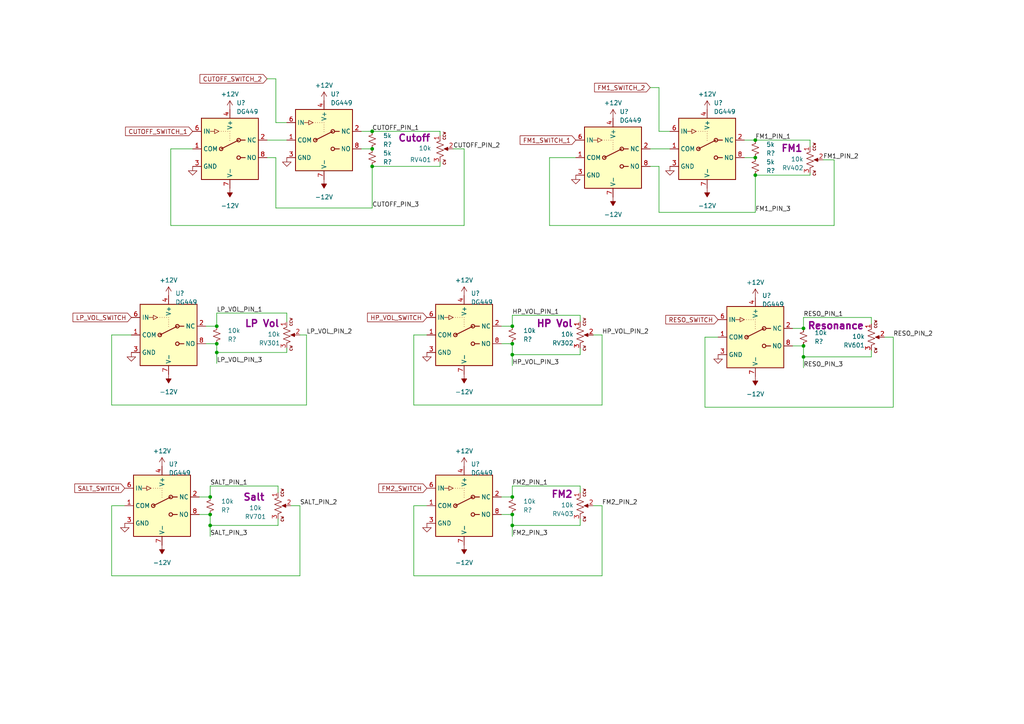
<source format=kicad_sch>
(kicad_sch (version 20230121) (generator eeschema)
  (paper "A4")
  (lib_symbols
    (symbol "Device:R_Small_US" (pin_numbers hide) (pin_names (offset 0.254) hide)
      (property "Reference" "R" (at 0.762 0.508 0))
      (property "Value" "R_Small_US" (at 0.762 -1.016 0))
      (symbol "R_Small_US_1_1"
        (polyline (pts (xy 0 0) (xy 1.016 -0.381) (xy 0 -0.762) (xy -1.016 -1.143) (xy 0 -1.524)))
        (polyline (pts (xy 0 1.524) (xy 1.016 1.143) (xy 0 0.762) (xy -1.016 0.381) (xy 0 0)))
        (pin passive line (at 0 2.54 270) (length 1.016) (name "~") (number "1"))
        (pin passive line (at 0 -2.54 90) (length 1.016) (name "~") (number "2"))
      )
    )
    (symbol "power:+12V" (power) (pin_names (offset 0))
      (property "Value" "+12V" (at 0 3.556 0))
      (symbol "+12V_0_1"
        (polyline (pts (xy -0.762 1.27) (xy 0 2.54)))
        (polyline (pts (xy 0 0) (xy 0 2.54)))
        (polyline (pts (xy 0 2.54) (xy 0.762 1.27)))
      )
      (symbol "+12V_1_1"
        (pin power_in line (at 0 0 90) (length 0) hide (name "+12V") (number "1"))
      )
    )
    (symbol "power:-12V" (power) (pin_names (offset 0))
      (property "Value" "-12V" (at 0 3.81 0))
      (symbol "-12V_0_0"
        (pin power_in line (at 0 0 90) (length 0) hide (name "-12V") (number "1"))
      )
      (symbol "-12V_0_1"
        (polyline (pts (xy 0 0) (xy 0 1.27) (xy 0.762 1.27) (xy 0 2.54) (xy -0.762 1.27) (xy 0 1.27)) (fill (type outline)))
      )
    )
    (symbol "power:GND" (power) (pin_names (offset 0))
      (property "Value" "GND" (at 0 -3.81 0))
      (symbol "GND_0_1"
        (polyline (pts (xy 0 0) (xy 0 -1.27) (xy 1.27 -1.27) (xy 0 -2.54) (xy -1.27 -1.27) (xy 0 -1.27)))
      )
      (symbol "GND_1_1"
        (pin power_in line (at 0 0 270) (length 0) hide (name "GND") (number "1"))
      )
    )
    (symbol "winterbloom:DG449"
      (property "Reference" "U" (at 1.905 12.065 0))
      (property "Value" "DG449" (at 1.905 10.16 0))
      (symbol "DG449_0_0"
        (pin passive line (at -10.795 0 0) (length 2.54) (name "COM") (number "1"))
        (pin passive line (at 10.795 2.54 180) (length 2.54) (name "NC") (number "2"))
        (pin power_in line (at -10.795 -5.08 0) (length 2.54) (name "GND") (number "3"))
        (pin power_in line (at 0 11.43 270) (length 2.54) (name "V+") (number "4"))
        (pin input line (at -10.795 5.08 0) (length 2.54) (name "IN") (number "6"))
        (pin power_in line (at 0 -11.43 90) (length 2.54) (name "V-") (number "7"))
        (pin input line (at 10.795 -2.54 180) (length 2.54) (name "NO") (number "8"))
      )
      (symbol "DG449_0_1"
        (circle (center -2.54 0) (radius 0.508) (stroke (width 0.254)))
        (polyline (pts (xy -2.54 0) (xy 2.54 2.54)) (stroke (width 0.254)))
        (polyline (pts (xy 3.048 -2.54) (xy 4.445 -2.54)) (stroke (width 0.254)))
        (polyline (pts (xy 3.048 2.54) (xy 4.445 2.54)) (stroke (width 0.254)))
        (circle (center 2.54 -2.54) (radius 0.508) (stroke (width 0.254)))
        (circle (center 2.54 2.54) (radius 0.508) (stroke (width 0.254)))
      )
      (symbol "DG449_1_0"
        (pin no_connect line (at 0.635 0 0) (length 2.54) hide (name "") (number "5"))
      )
      (symbol "DG449_1_1"
        (rectangle (start -8.255 8.89) (end 8.255 -8.89) (stroke (width 0.254)) (fill (type background)))
        (polyline (pts (xy -4.445 5.08) (xy -5.715 5.08)))
        (polyline (pts (xy -3.175 5.08) (xy 0 5.08) (xy 0 1.905)) (stroke (width 0) (type dot)))
        (polyline (pts (xy -4.445 4.445) (xy -4.445 5.715) (xy -3.175 5.08) (xy -4.445 4.445)))
      )
    )
    (symbol "winterbloom:Eurorack_Pot" (pin_names (offset 1.016) hide)
      (property "Reference" "RV" (at 0 4.445 0))
      (property "Value" "Eurorack_Pot" (at 0 2.54 0))
      (symbol "Eurorack_Pot_0_0"
        (text "CCW" (at -3.81 -1.27 0) (effects (font (size 0.762 0.762))))
        (text "CW" (at 3.81 -1.27 0) (effects (font (size 0.762 0.762))))
      )
      (symbol "Eurorack_Pot_0_1"
        (polyline (pts (xy -2.286 0) (xy -2.54 0)))
        (polyline (pts (xy 0 -2.54) (xy 0 -1.524)))
        (polyline (pts (xy 2.54 0) (xy 2.286 0)))
        (polyline (pts (xy 0 -1.143) (xy 0.508 -2.286) (xy -0.508 -2.286) (xy 0 -1.143)) (fill (type outline)))
        (polyline (pts (xy -0.762 0) (xy -1.143 -1.016) (xy -1.524 0) (xy -1.905 1.016) (xy -2.286 0)))
        (polyline (pts (xy 0.762 0) (xy 0.381 -1.016) (xy 0 0) (xy -0.381 1.016) (xy -0.762 0)))
        (polyline (pts (xy 2.286 0) (xy 1.905 -1.016) (xy 1.524 0) (xy 1.143 1.016) (xy 0.762 0)))
      )
      (symbol "Eurorack_Pot_1_1"
        (pin passive line (at -3.81 0 0) (length 1.27) (name "1") (number "1"))
        (pin passive line (at 0 -3.81 90) (length 1.27) (name "2") (number "2"))
        (pin passive line (at 3.81 0 180) (length 1.27) (name "3") (number "3"))
      )
    )
  )
  (junction (at 148.59 94.615))
  (junction (at 60.96 152.4))
  (junction (at 107.95 38.1))
  (junction (at 219.075 40.64))
  (junction (at 107.95 43.18))
  (junction (at 219.075 45.72))
  (junction (at 148.59 152.4))
  (junction (at 60.96 144.145))
  (junction (at 148.59 99.695))
  (junction (at 107.95 48.26))
  (junction (at 148.59 149.225))
  (junction (at 62.865 94.615))
  (junction (at 60.96 149.225))
  (junction (at 219.075 50.8))
  (junction (at 148.59 144.145))
  (junction (at 233.045 95.25))
  (junction (at 62.865 99.695))
  (junction (at 62.865 102.235))
  (junction (at 233.045 100.33))
  (junction (at 233.045 103.505))
  (junction (at 148.59 102.87))
  (wire (pts (xy 148.59 152.4) (xy 148.59 155.575)))
  (wire (pts (xy 62.865 102.235) (xy 62.865 105.41)))
  (wire (pts (xy 256.54 97.79) (xy 259.08 97.79)))
  (wire (pts (xy 168.275 140.97) (xy 148.59 140.97)))
  (wire (pts (xy 188.595 25.4) (xy 191.135 25.4)))
  (wire (pts (xy 86.995 167.005) (xy 32.385 167.005)))
  (wire (pts (xy 167.005 45.72) (xy 159.385 45.72)))
  (wire (pts (xy 204.47 97.79) (xy 208.28 97.79)))
  (wire (pts (xy 120.015 97.155) (xy 123.825 97.155)))
  (wire (pts (xy 241.935 65.405) (xy 241.935 46.355)))
  (wire (pts (xy 148.59 149.225) (xy 148.59 152.4)))
  (wire (pts (xy 59.69 94.615) (xy 62.865 94.615)))
  (wire (pts (xy 159.385 45.72) (xy 159.385 65.405)))
  (wire (pts (xy 57.785 144.145) (xy 60.96 144.145)))
  (wire (pts (xy 104.775 38.1) (xy 107.95 38.1)))
  (wire (pts (xy 219.075 61.595) (xy 191.135 61.595)))
  (wire (pts (xy 204.47 118.11) (xy 204.47 97.79)))
  (wire (pts (xy 252.73 92.075) (xy 233.045 92.075)))
  (wire (pts (xy 80.01 60.325) (xy 80.01 45.72)))
  (wire (pts (xy 233.045 103.505) (xy 252.73 103.505)))
  (wire (pts (xy 168.275 152.4) (xy 168.275 150.495)))
  (wire (pts (xy 107.95 38.1) (xy 127.635 38.1)))
  (wire (pts (xy 219.075 40.64) (xy 234.95 40.64)))
  (wire (pts (xy 120.015 167.005) (xy 120.015 146.685)))
  (wire (pts (xy 107.95 48.26) (xy 107.95 60.325)))
  (wire (pts (xy 49.53 65.405) (xy 134.62 65.405)))
  (wire (pts (xy 32.385 167.005) (xy 32.385 146.685)))
  (wire (pts (xy 215.9 40.64) (xy 219.075 40.64)))
  (wire (pts (xy 233.045 103.505) (xy 233.045 106.68)))
  (wire (pts (xy 134.62 43.18) (xy 131.445 43.18)))
  (wire (pts (xy 174.625 117.475) (xy 120.015 117.475)))
  (wire (pts (xy 83.185 102.235) (xy 83.185 100.965)))
  (wire (pts (xy 145.415 144.145) (xy 148.59 144.145)))
  (wire (pts (xy 83.185 90.805) (xy 62.865 90.805)))
  (wire (pts (xy 80.01 45.72) (xy 77.47 45.72)))
  (wire (pts (xy 88.9 117.475) (xy 32.385 117.475)))
  (wire (pts (xy 107.95 48.26) (xy 127.635 48.26)))
  (wire (pts (xy 233.045 92.075) (xy 233.045 95.25)))
  (wire (pts (xy 107.95 60.325) (xy 80.01 60.325)))
  (wire (pts (xy 168.275 93.345) (xy 168.275 91.44)))
  (wire (pts (xy 172.085 97.155) (xy 174.625 97.155)))
  (wire (pts (xy 80.645 142.875) (xy 80.645 140.97)))
  (wire (pts (xy 233.045 100.33) (xy 233.045 103.505)))
  (wire (pts (xy 229.87 95.25) (xy 233.045 95.25)))
  (wire (pts (xy 174.625 97.155) (xy 174.625 117.475)))
  (wire (pts (xy 80.645 152.4) (xy 80.645 150.495)))
  (wire (pts (xy 59.69 99.695) (xy 62.865 99.695)))
  (wire (pts (xy 77.47 40.64) (xy 83.185 40.64)))
  (wire (pts (xy 174.625 146.685) (xy 174.625 167.005)))
  (wire (pts (xy 88.9 97.155) (xy 88.9 117.475)))
  (wire (pts (xy 60.96 140.97) (xy 60.96 144.145)))
  (wire (pts (xy 234.95 40.64) (xy 234.95 42.545)))
  (wire (pts (xy 172.085 146.685) (xy 174.625 146.685)))
  (wire (pts (xy 148.59 140.97) (xy 148.59 144.145)))
  (wire (pts (xy 191.135 48.26) (xy 188.595 48.26)))
  (wire (pts (xy 86.995 146.685) (xy 86.995 167.005)))
  (wire (pts (xy 229.87 100.33) (xy 233.045 100.33)))
  (wire (pts (xy 252.73 93.98) (xy 252.73 92.075)))
  (wire (pts (xy 57.785 149.225) (xy 60.96 149.225)))
  (wire (pts (xy 259.08 118.11) (xy 204.47 118.11)))
  (wire (pts (xy 145.415 94.615) (xy 148.59 94.615)))
  (wire (pts (xy 174.625 167.005) (xy 120.015 167.005)))
  (wire (pts (xy 83.185 93.345) (xy 83.185 90.805)))
  (wire (pts (xy 60.96 152.4) (xy 80.645 152.4)))
  (wire (pts (xy 62.865 102.235) (xy 83.185 102.235)))
  (wire (pts (xy 120.015 146.685) (xy 123.825 146.685)))
  (wire (pts (xy 120.015 117.475) (xy 120.015 97.155)))
  (wire (pts (xy 148.59 152.4) (xy 168.275 152.4)))
  (wire (pts (xy 259.08 97.79) (xy 259.08 118.11)))
  (wire (pts (xy 32.385 97.155) (xy 38.1 97.155)))
  (wire (pts (xy 148.59 102.87) (xy 168.275 102.87)))
  (wire (pts (xy 60.96 152.4) (xy 60.96 155.575)))
  (wire (pts (xy 219.075 50.8) (xy 234.95 50.8)))
  (wire (pts (xy 104.775 43.18) (xy 107.95 43.18)))
  (wire (pts (xy 145.415 149.225) (xy 148.59 149.225)))
  (wire (pts (xy 32.385 117.475) (xy 32.385 97.155)))
  (wire (pts (xy 215.9 45.72) (xy 219.075 45.72)))
  (wire (pts (xy 80.01 22.86) (xy 80.01 35.56)))
  (wire (pts (xy 168.275 91.44) (xy 148.59 91.44)))
  (wire (pts (xy 188.595 43.18) (xy 194.31 43.18)))
  (wire (pts (xy 148.59 91.44) (xy 148.59 94.615)))
  (wire (pts (xy 86.995 97.155) (xy 88.9 97.155)))
  (wire (pts (xy 60.96 149.225) (xy 60.96 152.4)))
  (wire (pts (xy 80.01 35.56) (xy 83.185 35.56)))
  (wire (pts (xy 62.865 99.695) (xy 62.865 102.235)))
  (wire (pts (xy 148.59 99.695) (xy 148.59 102.87)))
  (wire (pts (xy 168.275 142.875) (xy 168.275 140.97)))
  (wire (pts (xy 127.635 38.1) (xy 127.635 39.37)))
  (wire (pts (xy 241.935 46.355) (xy 238.76 46.355)))
  (wire (pts (xy 159.385 65.405) (xy 241.935 65.405)))
  (wire (pts (xy 134.62 65.405) (xy 134.62 43.18)))
  (wire (pts (xy 219.075 50.8) (xy 219.075 61.595)))
  (wire (pts (xy 84.455 146.685) (xy 86.995 146.685)))
  (wire (pts (xy 55.88 43.18) (xy 49.53 43.18)))
  (wire (pts (xy 80.645 140.97) (xy 60.96 140.97)))
  (wire (pts (xy 77.47 22.86) (xy 80.01 22.86)))
  (wire (pts (xy 168.275 102.87) (xy 168.275 100.965)))
  (wire (pts (xy 191.135 38.1) (xy 194.31 38.1)))
  (wire (pts (xy 191.135 61.595) (xy 191.135 48.26)))
  (wire (pts (xy 49.53 43.18) (xy 49.53 65.405)))
  (wire (pts (xy 148.59 102.87) (xy 148.59 106.045)))
  (wire (pts (xy 191.135 25.4) (xy 191.135 38.1)))
  (wire (pts (xy 32.385 146.685) (xy 36.195 146.685)))
  (wire (pts (xy 145.415 99.695) (xy 148.59 99.695)))
  (wire (pts (xy 234.95 50.165) (xy 234.95 50.8)))
  (wire (pts (xy 62.865 90.805) (xy 62.865 94.615)))
  (wire (pts (xy 252.73 103.505) (xy 252.73 101.6)))
  (wire (pts (xy 127.635 46.99) (xy 127.635 48.26)))
  (label "FM2_PIN_3" (at 148.59 155.575 0))
  (label "HP_VOL_PIN_2" (at 174.625 97.155 0))
  (label "FM2_PIN_1" (at 148.59 140.97 0))
  (label "HP_VOL_PIN_3" (at 148.59 106.045 0))
  (label "CUTOFF_PIN_3" (at 107.95 60.325 0))
  (label "RESO_PIN_2" (at 259.08 97.79 0))
  (label "SALT_PIN_3" (at 60.96 155.575 0))
  (label "FM1_PIN_3" (at 219.075 61.595 0))
  (label "SALT_PIN_2" (at 86.995 146.685 0))
  (label "FM1_PIN_1" (at 219.075 40.64 0))
  (label "HP_VOL_PIN_1" (at 148.59 91.44 0))
  (label "RESO_PIN_3" (at 233.045 106.68 0))
  (label "LP_VOL_PIN_2" (at 88.9 97.155 0))
  (label "RESO_PIN_1" (at 233.045 92.075 0))
  (label "CUTOFF_PIN_1" (at 107.95 38.1 0))
  (label "FM1_PIN_2" (at 238.76 46.355 0))
  (label "CUTOFF_PIN_2" (at 131.445 43.18 0))
  (label "LP_VOL_PIN_3" (at 62.865 105.41 0))
  (label "LP_VOL_PIN_1" (at 62.865 90.805 0))
  (label "SALT_PIN_1" (at 60.96 140.97 0))
  (label "FM2_PIN_2" (at 174.625 146.685 0))
  (global_label "HP_VOL_SWITCH" (shape input) (at 123.825 92.075 180) (property "Intersheetrefs" "${INTERSHEET_REFS}" (effects hide)))
  (global_label "CUTOFF_SWITCH_1" (shape input) (at 55.88 38.1 180) (property "Intersheetrefs" "${INTERSHEET_REFS}" (effects hide)))
  (global_label "CUTOFF_SWITCH_2" (shape input) (at 77.47 22.86 180) (property "Intersheetrefs" "${INTERSHEET_REFS}" (effects hide)))
  (global_label "FM1_SWITCH_1" (shape input) (at 167.005 40.64 180) (property "Intersheetrefs" "${INTERSHEET_REFS}" (effects hide)))
  (global_label "FM2_SWITCH" (shape input) (at 123.825 141.605 180) (property "Intersheetrefs" "${INTERSHEET_REFS}" (effects hide)))
  (global_label "RESO_SWITCH" (shape input) (at 208.28 92.71 180) (property "Intersheetrefs" "${INTERSHEET_REFS}" (effects hide)))
  (global_label "FM1_SWITCH_2" (shape input) (at 188.595 25.4 180) (property "Intersheetrefs" "${INTERSHEET_REFS}" (effects hide)))
  (global_label "LP_VOL_SWITCH" (shape input) (at 38.1 92.075 180) (property "Intersheetrefs" "${INTERSHEET_REFS}" (effects hide)))
  (global_label "SALT_SWITCH" (shape input) (at 36.195 141.605 180) (property "Intersheetrefs" "${INTERSHEET_REFS}" (effects hide)))
  (symbol (lib_id "power:-12V") (at 134.62 158.115 180) (unit 1)
    (property "Reference" "#PWR0246" (effects hide))
    (property "Value" "-12V" (at 134.62 163.195 0))
    (instances (project "hubble-lens" (path "" (reference "#PWR0246") (unit 1)) (path "" (reference "#PWR0233") (unit 1))) (project "helium-testkit" (path "" (reference "#PWR0162") (unit 1))))
  )
  (symbol (lib_id "power:+12V") (at 177.8 34.29 0) (unit 1)
    (property "Reference" "#PWR0231" (effects hide))
    (property "Value" "+12V" (at 177.8 29.845 0))
    (instances (project "hubble-lens" (path "" (reference "#PWR0231") (unit 1)) (path "" (reference "#PWR0204") (unit 1))) (project "helium-testkit" (path "" (reference "#PWR0161") (unit 1))))
  )
  (symbol (lib_id "power:GND") (at 55.88 48.26 0) (unit 1)
    (property "Reference" "#PWR0221" (effects hide))
    (property "Value" "GND" (effects hide))
    (instances (project "hubble-lens" (path "" (reference "#PWR0221") (unit 1)) (path "" (reference "#PWR0206") (unit 1))) (project "helium-testkit" (path "" (reference "#PWR0163") (unit 1))))
  )
  (symbol (lib_id "power:GND") (at 123.825 151.765 0) (unit 1)
    (property "Reference" "#PWR0245" (effects hide))
    (property "Value" "GND" (effects hide))
    (instances (project "hubble-lens" (path "" (reference "#PWR0245") (unit 1)) (path "" (reference "#PWR0232") (unit 1))) (project "helium-testkit" (path "" (reference "#PWR0163") (unit 1))))
  )
  (symbol (lib_id "winterbloom:DG449") (at 46.99 146.685 0) (unit 1)
    (property "Reference" "U?" (at 48.9459 134.62 0) (effects (justify left)))
    (property "Value" "DG449" (at 48.9459 137.16 0) (effects (justify left)))
    (property "Footprint" "winterbloom:Vishay_SOT-23_8" (effects hide))
    (property "Datasheet" "https://www.vishay.com/docs/73897/dg449.pdf" (effects hide))
    (instances (project "hubble-lens" (path "" (reference "U?") (unit 1)) (path "" (reference "U12") (unit 1))))
  )
  (symbol (lib_id "winterbloom:DG449") (at 134.62 97.155 0) (unit 1)
    (property "Reference" "U?" (at 136.5759 85.09 0) (effects (justify left)))
    (property "Value" "DG449" (at 136.5759 87.63 0) (effects (justify left)))
    (property "Footprint" "winterbloom:Vishay_SOT-23_8" (effects hide))
    (property "Datasheet" "https://www.vishay.com/docs/73897/dg449.pdf" (effects hide))
    (instances (project "hubble-lens" (path "" (reference "U?") (unit 1)) (path "" (reference "U10") (unit 1))))
  )
  (symbol (lib_id "power:GND") (at 194.31 48.26 0) (unit 1)
    (property "Reference" "#PWR0236" (effects hide))
    (property "Value" "GND" (effects hide))
    (instances (project "hubble-lens" (path "" (reference "#PWR0236") (unit 1)) (path "" (reference "#PWR0207") (unit 1))) (project "helium-testkit" (path "" (reference "#PWR0163") (unit 1))))
  )
  (symbol (lib_id "power:GND") (at 38.1 102.235 0) (unit 1)
    (property "Reference" "#PWR0225" (effects hide))
    (property "Value" "GND" (effects hide))
    (instances (project "hubble-lens" (path "" (reference "#PWR0225") (unit 1)) (path "" (reference "#PWR0215") (unit 1))) (project "helium-testkit" (path "" (reference "#PWR0163") (unit 1))))
  )
  (symbol (lib_id "power:+12V") (at 134.62 135.255 0) (unit 1)
    (property "Reference" "#PWR0227" (effects hide))
    (property "Value" "+12V" (at 134.62 130.81 0))
    (instances (project "hubble-lens" (path "" (reference "#PWR0227") (unit 1)) (path "" (reference "#PWR0231") (unit 1))) (project "helium-testkit" (path "" (reference "#PWR0161") (unit 1))))
  )
  (symbol (lib_id "Device:R_Small_US") (at 219.075 43.18 0) (mirror x) (unit 1)
    (property "Reference" "R?" (at 222.25 44.45 0) (effects (justify left)))
    (property "Value" "5k" (at 222.25 41.91 0) (effects (justify left)))
    (property "Footprint" "winterbloom:R_0603_HandSolder" (effects hide))
    (instances (project "hubble-lens" (path "" (reference "R?") (unit 1)) (path "" (reference "R2") (unit 1))))
  )
  (symbol (lib_id "winterbloom:DG449") (at 93.98 40.64 0) (unit 1)
    (property "Reference" "U?" (at 95.885 27.305 0) (effects (justify left)))
    (property "Value" "DG449" (at 95.885 29.845 0) (effects (justify left)))
    (property "Footprint" "winterbloom:Vishay_SOT-23_8" (effects hide))
    (property "Datasheet" "https://www.vishay.com/docs/73897/dg449.pdf" (effects hide))
    (instances (project "hubble-lens" (path "" (reference "U?") (unit 1)) (path "" (reference "U5") (unit 1))))
  )
  (symbol (lib_id "power:-12V") (at 93.98 52.07 180) (unit 1)
    (property "Reference" "#PWR0229" (effects hide))
    (property "Value" "-12V" (at 93.98 57.15 0))
    (instances (project "hubble-lens" (path "" (reference "#PWR0229") (unit 1)) (path "" (reference "#PWR0209") (unit 1))) (project "helium-testkit" (path "" (reference "#PWR0162") (unit 1))))
  )
  (symbol (lib_id "winterbloom:Eurorack_Pot") (at 168.275 146.685 90) (mirror x) (unit 1)
    (property "Reference" "RV403" (at 166.37 149.0346 90) (effects (justify left)))
    (property "Value" "10k" (at 166.37 146.4946 90) (effects (justify left)))
    (property "Footprint" "winterbloom:Potentiometer_Alpha_R0904N" (effects hide))
    (property "Datasheet" "https://www.thonk.co.uk/wp-content/uploads/Documents/alpha/9mm/Alpha%209mm%20Vertical%20-%20Linear%20Taper%20B1K-B500K.pdf" (effects hide))
    (property "MPN" "https://www.thonk.co.uk/shop/alpha-9mm-pots/" (effects hide))
    (property "Notes" "6.35 mm round shaft, 15 mm height" (effects hide))
    (property "Rating" "B10k" (effects hide))
    (property "Name" "FM2" (at 166.37 143.3196 90) (effects (font (size 2 2) bold) (justify left)))
    (instances (project "hubble-lens" (path "" (reference "RV403") (unit 1)) (path "" (reference "RV403") (unit 1))) (project "mainboard" (path "" (reference "RV?") (unit 1))) (project "mainboard" (path "" (reference "RV?") (unit 1)) (path "" (reference "RV?") (unit 1)) (path "" (reference "RV403") (unit 1))))
  )
  (symbol (lib_id "power:-12V") (at 177.8 57.15 180) (unit 1)
    (property "Reference" "#PWR0239" (effects hide))
    (property "Value" "-12V" (at 177.8 62.23 0))
    (instances (project "hubble-lens" (path "" (reference "#PWR0239") (unit 1)) (path "" (reference "#PWR0212") (unit 1))) (project "helium-testkit" (path "" (reference "#PWR0162") (unit 1))))
  )
  (symbol (lib_id "power:+12V") (at 205.105 31.75 0) (unit 1)
    (property "Reference" "#PWR0230" (effects hide))
    (property "Value" "+12V" (at 205.105 27.305 0))
    (instances (project "hubble-lens" (path "" (reference "#PWR0230") (unit 1)) (path "" (reference "#PWR0203") (unit 1))) (project "helium-testkit" (path "" (reference "#PWR0161") (unit 1))))
  )
  (symbol (lib_id "power:-12V") (at 219.075 109.22 180) (unit 1)
    (property "Reference" "#PWR0246" (effects hide))
    (property "Value" "-12V" (at 219.075 114.3 0))
    (instances (project "hubble-lens" (path "" (reference "#PWR0246") (unit 1)) (path "" (reference "#PWR0230") (unit 1))) (project "helium-testkit" (path "" (reference "#PWR0162") (unit 1))))
  )
  (symbol (lib_id "Device:R_Small_US") (at 233.045 97.79 0) (mirror x) (unit 1)
    (property "Reference" "R?" (at 236.22 99.06 0) (effects (justify left)))
    (property "Value" "10k" (at 236.22 96.52 0) (effects (justify left)))
    (property "Footprint" "winterbloom:R_0603_HandSolder" (effects hide))
    (instances (project "hubble-lens" (path "" (reference "R?") (unit 1)) (path "" (reference "R7") (unit 1))))
  )
  (symbol (lib_id "winterbloom:DG449") (at 177.8 45.72 0) (unit 1)
    (property "Reference" "U?" (at 179.705 32.385 0) (effects (justify left)))
    (property "Value" "DG449" (at 179.705 34.925 0) (effects (justify left)))
    (property "Footprint" "winterbloom:Vishay_SOT-23_8" (effects hide))
    (property "Datasheet" "https://www.vishay.com/docs/73897/dg449.pdf" (effects hide))
    (instances (project "hubble-lens" (path "" (reference "U?") (unit 1)) (path "" (reference "U8") (unit 1))))
  )
  (symbol (lib_id "power:-12V") (at 205.105 54.61 180) (unit 1)
    (property "Reference" "#PWR0238" (effects hide))
    (property "Value" "-12V" (at 205.105 59.69 0))
    (instances (project "hubble-lens" (path "" (reference "#PWR0238") (unit 1)) (path "" (reference "#PWR0211") (unit 1))) (project "helium-testkit" (path "" (reference "#PWR0162") (unit 1))))
  )
  (symbol (lib_id "Device:R_Small_US") (at 219.075 48.26 0) (mirror x) (unit 1)
    (property "Reference" "R?" (at 222.25 49.53 0) (effects (justify left)))
    (property "Value" "5k" (at 222.25 46.99 0) (effects (justify left)))
    (property "Footprint" "winterbloom:R_0603_HandSolder" (effects hide))
    (instances (project "hubble-lens" (path "" (reference "R?") (unit 1)) (path "" (reference "R4") (unit 1))))
  )
  (symbol (lib_id "Device:R_Small_US") (at 148.59 146.685 0) (mirror x) (unit 1)
    (property "Reference" "R?" (at 151.765 147.955 0) (effects (justify left)))
    (property "Value" "10k" (at 151.765 145.415 0) (effects (justify left)))
    (property "Footprint" "winterbloom:R_0603_HandSolder" (effects hide))
    (instances (project "hubble-lens" (path "" (reference "R?") (unit 1)) (path "" (reference "R9") (unit 1))))
  )
  (symbol (lib_id "power:+12V") (at 46.99 135.255 0) (unit 1)
    (property "Reference" "#PWR0227" (effects hide))
    (property "Value" "+12V" (at 46.99 130.81 0))
    (instances (project "hubble-lens" (path "" (reference "#PWR0227") (unit 1)) (path "" (reference "#PWR0219") (unit 1))) (project "helium-testkit" (path "" (reference "#PWR0161") (unit 1))))
  )
  (symbol (lib_id "power:-12V") (at 134.62 108.585 180) (unit 1)
    (property "Reference" "#PWR0246" (effects hide))
    (property "Value" "-12V" (at 134.62 113.665 0))
    (instances (project "hubble-lens" (path "" (reference "#PWR0246") (unit 1)) (path "" (reference "#PWR0218") (unit 1))) (project "helium-testkit" (path "" (reference "#PWR0162") (unit 1))))
  )
  (symbol (lib_id "power:GND") (at 83.185 45.72 0) (unit 1)
    (property "Reference" "#PWR0228" (effects hide))
    (property "Value" "GND" (effects hide))
    (instances (project "hubble-lens" (path "" (reference "#PWR0228") (unit 1)) (path "" (reference "#PWR0205") (unit 1))) (project "helium-testkit" (path "" (reference "#PWR0163") (unit 1))))
  )
  (symbol (lib_id "power:GND") (at 36.195 151.765 0) (unit 1)
    (property "Reference" "#PWR0245" (effects hide))
    (property "Value" "GND" (effects hide))
    (instances (project "hubble-lens" (path "" (reference "#PWR0245") (unit 1)) (path "" (reference "#PWR0222") (unit 1))) (project "helium-testkit" (path "" (reference "#PWR0163") (unit 1))))
  )
  (symbol (lib_id "power:-12V") (at 66.675 54.61 180) (unit 1)
    (property "Reference" "#PWR0222" (effects hide))
    (property "Value" "-12V" (at 66.675 59.69 0))
    (instances (project "hubble-lens" (path "" (reference "#PWR0222") (unit 1)) (path "" (reference "#PWR0210") (unit 1))) (project "helium-testkit" (path "" (reference "#PWR0162") (unit 1))))
  )
  (symbol (lib_id "power:GND") (at 208.28 102.87 0) (unit 1)
    (property "Reference" "#PWR0245" (effects hide))
    (property "Value" "GND" (effects hide))
    (instances (project "hubble-lens" (path "" (reference "#PWR0245") (unit 1)) (path "" (reference "#PWR0229") (unit 1))) (project "helium-testkit" (path "" (reference "#PWR0163") (unit 1))))
  )
  (symbol (lib_id "winterbloom:Eurorack_Pot") (at 127.635 43.18 90) (mirror x) (unit 1)
    (property "Reference" "RV401" (at 125.095 46.355 90) (effects (justify left)))
    (property "Value" "10k" (at 125.095 42.9895 90) (effects (justify left)))
    (property "Footprint" "winterbloom:Potentiometer_Alpha_R0904N" (effects hide))
    (property "Datasheet" "https://www.thonk.co.uk/wp-content/uploads/Documents/alpha/9mm/Alpha%209mm%20Vertical%20-%20Linear%20Taper%20B1K-B500K.pdf" (effects hide))
    (property "MPN" "https://www.thonk.co.uk/shop/alpha-9mm-pots/" (effects hide))
    (property "Notes" "6.35 mm round shaft, 15 mm height" (effects hide))
    (property "Rating" "B10k" (effects hide))
    (property "Name" "Cutoff" (at 125.095 40.005 90) (effects (font (size 2 2) bold) (justify left)))
    (instances (project "hubble-lens" (path "" (reference "RV401") (unit 1)) (path "" (reference "RV401") (unit 1))) (project "mainboard" (path "" (reference "RV?") (unit 1))) (project "mainboard" (path "" (reference "RV?") (unit 1)) (path "" (reference "RV?") (unit 1)) (path "" (reference "RV401") (unit 1))))
  )
  (symbol (lib_id "Device:R_Small_US") (at 62.865 97.155 0) (mirror x) (unit 1)
    (property "Reference" "R?" (at 66.04 98.425 0) (effects (justify left)))
    (property "Value" "10k" (at 66.04 95.885 0) (effects (justify left)))
    (property "Footprint" "winterbloom:R_0603_HandSolder" (effects hide))
    (instances (project "hubble-lens" (path "" (reference "R?") (unit 1)) (path "" (reference "R5") (unit 1))))
  )
  (symbol (lib_id "winterbloom:DG449") (at 66.675 43.18 0) (unit 1)
    (property "Reference" "U?" (at 68.58 29.845 0) (effects (justify left)))
    (property "Value" "DG449" (at 68.58 32.385 0) (effects (justify left)))
    (property "Footprint" "winterbloom:Vishay_SOT-23_8" (effects hide))
    (property "Datasheet" "https://www.vishay.com/docs/73897/dg449.pdf" (effects hide))
    (instances (project "hubble-lens" (path "" (reference "U?") (unit 1)) (path "" (reference "U6") (unit 1))))
  )
  (symbol (lib_id "power:+12V") (at 48.895 85.725 0) (unit 1)
    (property "Reference" "#PWR0224" (effects hide))
    (property "Value" "+12V" (at 48.895 81.28 0))
    (instances (project "hubble-lens" (path "" (reference "#PWR0224") (unit 1)) (path "" (reference "#PWR0213") (unit 1))) (project "helium-testkit" (path "" (reference "#PWR0161") (unit 1))))
  )
  (symbol (lib_id "winterbloom:DG449") (at 134.62 146.685 0) (unit 1)
    (property "Reference" "U?" (at 136.5759 134.62 0) (effects (justify left)))
    (property "Value" "DG449" (at 136.5759 137.16 0) (effects (justify left)))
    (property "Footprint" "winterbloom:Vishay_SOT-23_8" (effects hide))
    (property "Datasheet" "https://www.vishay.com/docs/73897/dg449.pdf" (effects hide))
    (instances (project "hubble-lens" (path "" (reference "U?") (unit 1)) (path "" (reference "U13") (unit 1))))
  )
  (symbol (lib_id "winterbloom:Eurorack_Pot") (at 83.185 97.155 90) (mirror x) (unit 1)
    (property "Reference" "RV301" (at 81.28 99.5046 90) (effects (justify left)))
    (property "Value" "10k" (at 81.28 96.9646 90) (effects (justify left)))
    (property "Footprint" "winterbloom:Potentiometer_Alpha_R0904N" (effects hide))
    (property "Datasheet" "https://www.thonk.co.uk/wp-content/uploads/Documents/alpha/9mm/Alpha%209mm%20Vertical%20-%20Linear%20Taper%20B1K-B500K.pdf" (effects hide))
    (property "MPN" "https://www.thonk.co.uk/shop/alpha-9mm-pots/" (effects hide))
    (property "Notes" "6.35 mm round shaft, 15 mm height" (effects hide))
    (property "Rating" "B10k" (effects hide))
    (property "Name" "LP Vol" (at 81.28 93.7896 90) (effects (font (size 2 2) bold) (justify left)))
    (instances (project "hubble-lens" (path "" (reference "RV301") (unit 1)) (path "" (reference "RV301") (unit 1))) (project "mainboard" (path "" (reference "RV?") (unit 1))) (project "mainboard" (path "" (reference "RV?") (unit 1)) (path "" (reference "RV301") (unit 1))))
  )
  (symbol (lib_id "power:+12V") (at 93.98 29.21 0) (unit 1)
    (property "Reference" "#PWR0223" (effects hide))
    (property "Value" "+12V" (at 93.98 24.765 0))
    (instances (project "hubble-lens" (path "" (reference "#PWR0223") (unit 1)) (path "" (reference "#PWR0201") (unit 1))) (project "helium-testkit" (path "" (reference "#PWR0161") (unit 1))))
  )
  (symbol (lib_id "winterbloom:DG449") (at 219.075 97.79 0) (unit 1)
    (property "Reference" "U?" (at 221.0309 85.725 0) (effects (justify left)))
    (property "Value" "DG449" (at 221.0309 88.265 0) (effects (justify left)))
    (property "Footprint" "winterbloom:Vishay_SOT-23_8" (effects hide))
    (property "Datasheet" "https://www.vishay.com/docs/73897/dg449.pdf" (effects hide))
    (instances (project "hubble-lens" (path "" (reference "U?") (unit 1)) (path "" (reference "U11") (unit 1))))
  )
  (symbol (lib_id "winterbloom:DG449") (at 48.895 97.155 0) (unit 1)
    (property "Reference" "U?" (at 50.8509 85.09 0) (effects (justify left)))
    (property "Value" "DG449" (at 50.8509 87.63 0) (effects (justify left)))
    (property "Footprint" "winterbloom:Vishay_SOT-23_8" (effects hide))
    (property "Datasheet" "https://www.vishay.com/docs/73897/dg449.pdf" (effects hide))
    (instances (project "hubble-lens" (path "" (reference "U?") (unit 1)) (path "" (reference "U9") (unit 1))))
  )
  (symbol (lib_id "winterbloom:Eurorack_Pot") (at 234.95 46.355 90) (mirror x) (unit 1)
    (property "Reference" "RV402" (at 233.045 48.7046 90) (effects (justify left)))
    (property "Value" "10k" (at 233.045 46.1646 90) (effects (justify left)))
    (property "Footprint" "winterbloom:Potentiometer_Alpha_R0904N" (effects hide))
    (property "Datasheet" "https://www.thonk.co.uk/wp-content/uploads/Documents/alpha/9mm/Alpha%209mm%20Vertical%20-%20Linear%20Taper%20B1K-B500K.pdf" (effects hide))
    (property "MPN" "https://www.thonk.co.uk/shop/alpha-9mm-pots/" (effects hide))
    (property "Notes" "6.35 mm round shaft, 15 mm height" (effects hide))
    (property "Rating" "B10k" (effects hide))
    (property "Name" "FM1" (at 233.045 42.9896 90) (effects (font (size 2 2) bold) (justify left)))
    (instances (project "hubble-lens" (path "" (reference "RV402") (unit 1)) (path "" (reference "RV402") (unit 1))) (project "mainboard" (path "" (reference "RV?") (unit 1))) (project "mainboard" (path "" (reference "RV?") (unit 1)) (path "" (reference "RV?") (unit 1)) (path "" (reference "RV402") (unit 1))))
  )
  (symbol (lib_id "winterbloom:Eurorack_Pot") (at 168.275 97.155 90) (mirror x) (unit 1)
    (property "Reference" "RV302" (at 166.37 99.5046 90) (effects (justify left)))
    (property "Value" "10k" (at 166.37 96.9646 90) (effects (justify left)))
    (property "Footprint" "winterbloom:Potentiometer_Alpha_R0904N" (effects hide))
    (property "Datasheet" "https://www.thonk.co.uk/wp-content/uploads/Documents/alpha/9mm/Alpha%209mm%20Vertical%20-%20Linear%20Taper%20B1K-B500K.pdf" (effects hide))
    (property "MPN" "https://www.thonk.co.uk/shop/alpha-9mm-pots/" (effects hide))
    (property "Notes" "6.35 mm round shaft, 15 mm height" (effects hide))
    (property "Rating" "B10k" (effects hide))
    (property "Name" "HP Vol" (at 166.37 93.7896 90) (effects (font (size 2 2) bold) (justify left)))
    (instances (project "hubble-lens" (path "" (reference "RV302") (unit 1)) (path "" (reference "RV302") (unit 1))) (project "mainboard" (path "" (reference "RV?") (unit 1))) (project "mainboard" (path "" (reference "RV?") (unit 1)) (path "" (reference "RV302") (unit 1))))
  )
  (symbol (lib_id "Device:R_Small_US") (at 107.95 45.72 0) (mirror x) (unit 1)
    (property "Reference" "R?" (at 111.125 46.99 0) (effects (justify left)))
    (property "Value" "5k" (at 111.125 44.45 0) (effects (justify left)))
    (property "Footprint" "winterbloom:R_0603_HandSolder" (effects hide))
    (instances (project "hubble-lens" (path "" (reference "R?") (unit 1)) (path "" (reference "R3") (unit 1))))
  )
  (symbol (lib_id "power:-12V") (at 48.895 108.585 180) (unit 1)
    (property "Reference" "#PWR0226" (effects hide))
    (property "Value" "-12V" (at 48.895 113.665 0))
    (instances (project "hubble-lens" (path "" (reference "#PWR0226") (unit 1)) (path "" (reference "#PWR0217") (unit 1))) (project "helium-testkit" (path "" (reference "#PWR0162") (unit 1))))
  )
  (symbol (lib_id "power:GND") (at 123.825 102.235 0) (unit 1)
    (property "Reference" "#PWR0245" (effects hide))
    (property "Value" "GND" (effects hide))
    (instances (project "hubble-lens" (path "" (reference "#PWR0245") (unit 1)) (path "" (reference "#PWR0216") (unit 1))) (project "helium-testkit" (path "" (reference "#PWR0163") (unit 1))))
  )
  (symbol (lib_id "power:+12V") (at 134.62 85.725 0) (unit 1)
    (property "Reference" "#PWR0227" (effects hide))
    (property "Value" "+12V" (at 134.62 81.28 0))
    (instances (project "hubble-lens" (path "" (reference "#PWR0227") (unit 1)) (path "" (reference "#PWR0214") (unit 1))) (project "helium-testkit" (path "" (reference "#PWR0161") (unit 1))))
  )
  (symbol (lib_id "Device:R_Small_US") (at 60.96 146.685 0) (mirror x) (unit 1)
    (property "Reference" "R?" (at 64.135 147.955 0) (effects (justify left)))
    (property "Value" "10k" (at 64.135 145.415 0) (effects (justify left)))
    (property "Footprint" "winterbloom:R_0603_HandSolder" (effects hide))
    (instances (project "hubble-lens" (path "" (reference "R?") (unit 1)) (path "" (reference "R8") (unit 1))))
  )
  (symbol (lib_id "winterbloom:DG449") (at 205.105 43.18 0) (unit 1)
    (property "Reference" "U?" (at 207.01 29.845 0) (effects (justify left)))
    (property "Value" "DG449" (at 207.01 32.385 0) (effects (justify left)))
    (property "Footprint" "winterbloom:Vishay_SOT-23_8" (effects hide))
    (property "Datasheet" "https://www.vishay.com/docs/73897/dg449.pdf" (effects hide))
    (instances (project "hubble-lens" (path "" (reference "U?") (unit 1)) (path "" (reference "U7") (unit 1))))
  )
  (symbol (lib_id "Device:R_Small_US") (at 148.59 97.155 0) (mirror x) (unit 1)
    (property "Reference" "R?" (at 151.765 98.425 0) (effects (justify left)))
    (property "Value" "10k" (at 151.765 95.885 0) (effects (justify left)))
    (property "Footprint" "winterbloom:R_0603_HandSolder" (effects hide))
    (instances (project "hubble-lens" (path "" (reference "R?") (unit 1)) (path "" (reference "R6") (unit 1))))
  )
  (symbol (lib_id "power:-12V") (at 46.99 158.115 180) (unit 1)
    (property "Reference" "#PWR0246" (effects hide))
    (property "Value" "-12V" (at 46.99 163.195 0))
    (instances (project "hubble-lens" (path "" (reference "#PWR0246") (unit 1)) (path "" (reference "#PWR0225") (unit 1))) (project "helium-testkit" (path "" (reference "#PWR0162") (unit 1))))
  )
  (symbol (lib_id "Device:R_Small_US") (at 107.95 40.64 0) (mirror x) (unit 1)
    (property "Reference" "R?" (at 111.125 41.91 0) (effects (justify left)))
    (property "Value" "5k" (at 111.125 39.37 0) (effects (justify left)))
    (property "Footprint" "winterbloom:R_0603_HandSolder" (effects hide))
    (instances (project "hubble-lens" (path "" (reference "R?") (unit 1)) (path "" (reference "R1") (unit 1))))
  )
  (symbol (lib_id "winterbloom:Eurorack_Pot") (at 80.645 146.685 90) (mirror x) (unit 1)
    (property "Reference" "RV701" (at 74.1045 149.86 90))
    (property "Value" "10k" (at 74.1045 147.32 90))
    (property "Footprint" "winterbloom:Potentiometer_Alpha_R0904N" (effects hide))
    (property "Datasheet" "https://www.thonk.co.uk/wp-content/uploads/Documents/alpha/9mm/Alpha%209mm%20Vertical%20-%20Linear%20Taper%20B1K-B500K.pdf" (effects hide))
    (property "MPN" "https://www.thonk.co.uk/shop/alpha-9mm-pots/" (effects hide))
    (property "Notes" "6.35 mm round shaft, 15 mm height" (effects hide))
    (property "Rating" "B10k" (effects hide))
    (property "Name" "Salt" (at 73.66 144.145 90) (effects (font (size 2 2) bold)))
    (instances (project "hubble-lens" (path "" (reference "RV701") (unit 1)) (path "" (reference "RV701") (unit 1))) (project "mainboard" (path "" (reference "RV?") (unit 1))) (project "mainboard" (path "" (reference "RV?") (unit 1)) (path "" (reference "RV?") (unit 1)) (path "" (reference "RV701") (unit 1)) (path "" (reference "RV?") (unit 1))))
  )
  (symbol (lib_id "power:GND") (at 167.005 50.8 0) (unit 1)
    (property "Reference" "#PWR0237" (effects hide))
    (property "Value" "GND" (effects hide))
    (instances (project "hubble-lens" (path "" (reference "#PWR0237") (unit 1)) (path "" (reference "#PWR0208") (unit 1))) (project "helium-testkit" (path "" (reference "#PWR0163") (unit 1))))
  )
  (symbol (lib_id "power:+12V") (at 219.075 86.36 0) (unit 1)
    (property "Reference" "#PWR0227" (effects hide))
    (property "Value" "+12V" (at 219.075 81.915 0))
    (instances (project "hubble-lens" (path "" (reference "#PWR0227") (unit 1)) (path "" (reference "#PWR0228") (unit 1))) (project "helium-testkit" (path "" (reference "#PWR0161") (unit 1))))
  )
  (symbol (lib_id "power:+12V") (at 66.675 31.75 0) (unit 1)
    (property "Reference" "#PWR0220" (effects hide))
    (property "Value" "+12V" (at 66.675 27.305 0))
    (instances (project "hubble-lens" (path "" (reference "#PWR0220") (unit 1)) (path "" (reference "#PWR0202") (unit 1))) (project "helium-testkit" (path "" (reference "#PWR0161") (unit 1))))
  )
  (symbol (lib_id "winterbloom:Eurorack_Pot") (at 252.73 97.79 90) (mirror x) (unit 1)
    (property "Reference" "RV601" (at 250.825 100.1396 90) (effects (justify left)))
    (property "Value" "10k" (at 250.825 97.5996 90) (effects (justify left)))
    (property "Footprint" "winterbloom:Potentiometer_Alpha_R0904N" (effects hide))
    (property "Datasheet" "https://www.thonk.co.uk/wp-content/uploads/Documents/alpha/9mm/Alpha%209mm%20Vertical%20-%20Linear%20Taper%20B1K-B500K.pdf" (effects hide))
    (property "MPN" "https://www.thonk.co.uk/shop/alpha-9mm-pots/" (effects hide))
    (property "Notes" "6.35 mm round shaft, 15 mm height" (effects hide))
    (property "Rating" "B10k" (effects hide))
    (property "Name" "Resonance" (at 250.825 94.4246 90) (effects (font (size 2 2) bold) (justify left)))
    (instances (project "hubble-lens" (path "" (reference "RV601") (unit 1)) (path "" (reference "RV601") (unit 1))) (project "mainboard" (path "" (reference "RV?") (unit 1))) (project "mainboard" (path "" (reference "RV?") (unit 1)) (path "" (reference "RV?") (unit 1)) (path "" (reference "RV601") (unit 1))))
  )
)
</source>
